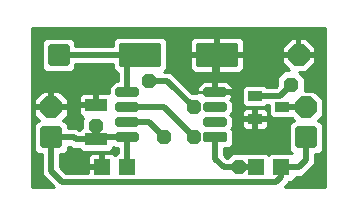
<source format=gtl>
%FSLAX35Y35*%
%MOIN*%
%TF.FileFunction,Copper,L1,Top*%
%ADD10C,0.00197*%
%ADD11C,0.00295*%
%ADD12C,0.00984*%
%ADD13C,0.01024*%
%ADD14C,0.01181*%
%ADD15C,0.01575*%
%ADD16C,0.01969*%
%ADD17C,0.02362*%
%ADD18C,0.03150*%
%ADD19C,0.05000*%
%AMR_20*21,1,0.00984,0.00984,0,0,0.000*%
%ADD20R_20*%
%AMR_21*21,1,0.01837,0.01837,0,0,0.000*%
%ADD21R_21*%
%AMR_22*21,1,0.01969,0.01969,0,0,0.000*%
%ADD22R_22*%
%AMOCT_23*4,1,8,0.015748,0.031496,0.007874,0.039370,-0.007874,0.039370,-0.015748,0.031496,-0.015748,-0.031496,-0.007874,-0.039370,0.007874,-0.039370,0.015748,-0.031496,0.015748,0.031496,90.000*%
%ADD23OCT_23*%
%AMOCT_24*4,1,8,0.023622,0.011811,0.011811,0.023622,-0.011811,0.023622,-0.023622,0.011811,-0.023622,-0.011811,-0.011811,-0.023622,0.011811,-0.023622,0.023622,-0.011811,0.023622,0.011811,0.000*%
%ADD24OCT_24*%
%AMOCT_25*4,1,8,0.031496,0.015748,0.015748,0.031496,-0.015748,0.031496,-0.031496,0.015748,-0.031496,-0.015748,-0.015748,-0.031496,0.015748,-0.031496,0.031496,-0.015748,0.031496,0.015748,180.000*%
%ADD25OCT_25*%
%AMOCT_26*4,1,8,0.035433,0.017717,0.017717,0.035433,-0.017717,0.035433,-0.035433,0.017717,-0.035433,-0.017717,-0.017717,-0.035433,0.017717,-0.035433,0.035433,-0.017717,0.035433,0.017717,0.000*%
%ADD26OCT_26*%
%AMOCT_27*4,1,8,0.035433,0.017717,0.017717,0.035433,-0.017717,0.035433,-0.035433,0.017717,-0.035433,-0.017717,-0.017717,-0.035433,0.017717,-0.035433,0.035433,-0.017717,0.035433,0.017717,90.000*%
%ADD27OCT_27*%
%AMRR_28*21,1,0.03150,0.04409,0,0,270.000*21,1,0.02835,0.04724,0,0,270.000*1,1,0.00315,0.02205,-0.01417*1,1,0.00315,-0.02205,0.01417*1,1,0.00315,-0.02205,-0.01417*1,1,0.00315,0.02205,0.01417*%
%ADD28RR_28*%
%AMRR_29*21,1,0.03150,0.07244,0,0,90.000*21,1,0.02520,0.07874,0,0,90.000*1,1,0.00630,-0.03622,0.01260*1,1,0.00630,0.03622,-0.01260*1,1,0.00630,0.03622,0.01260*1,1,0.00630,-0.03622,-0.01260*%
%ADD29RR_29*%
%AMRR_30*21,1,0.04331,0.06654,0,0,270.000*21,1,0.03898,0.07087,0,0,270.000*1,1,0.00433,0.03327,-0.01949*1,1,0.00433,-0.03327,0.01949*1,1,0.00433,-0.03327,-0.01949*1,1,0.00433,0.03327,0.01949*%
%ADD30RR_30*%
%AMRR_31*21,1,0.05512,0.04961,0,0,0.000*21,1,0.04961,0.05512,0,0,0.000*1,1,0.00551,0.02480,0.02480*1,1,0.00551,-0.02480,-0.02480*1,1,0.00551,0.02480,-0.02480*1,1,0.00551,-0.02480,0.02480*%
%ADD31RR_31*%
%AMRR_32*21,1,0.05512,0.04961,0,0,180.000*21,1,0.04961,0.05512,0,0,180.000*1,1,0.00551,-0.02480,-0.02480*1,1,0.00551,0.02480,0.02480*1,1,0.00551,-0.02480,0.02480*1,1,0.00551,0.02480,-0.02480*%
%ADD32RR_32*%
%AMRR_33*21,1,0.05512,0.04961,0,0,270.000*21,1,0.04961,0.05512,0,0,270.000*1,1,0.00551,0.02480,-0.02480*1,1,0.00551,-0.02480,0.02480*1,1,0.00551,-0.02480,-0.02480*1,1,0.00551,0.02480,0.02480*%
%ADD33RR_33*%
%AMRR_34*21,1,0.06299,0.05039,0,0,180.000*21,1,0.05039,0.06299,0,0,180.000*1,1,0.01260,-0.02520,-0.02520*1,1,0.01260,0.02520,0.02520*1,1,0.01260,-0.02520,0.02520*1,1,0.01260,0.02520,-0.02520*%
%ADD34RR_34*%
%AMRR_35*21,1,0.07087,0.05669,0,0,0.000*21,1,0.05669,0.07087,0,0,0.000*1,1,0.01417,0.02835,0.02835*1,1,0.01417,-0.02835,-0.02835*1,1,0.01417,0.02835,-0.02835*1,1,0.01417,-0.02835,0.02835*%
%ADD35RR_35*%
%AMRR_36*21,1,0.07087,0.05669,0,0,90.000*21,1,0.05669,0.07087,0,0,90.000*1,1,0.01417,-0.02835,0.02835*1,1,0.01417,0.02835,-0.02835*1,1,0.01417,0.02835,0.02835*1,1,0.01417,-0.02835,-0.02835*%
%ADD36RR_36*%
%AMRR_37*21,1,0.13780,0.07087,0,0,180.000*21,1,0.12992,0.07874,0,0,180.000*1,1,0.00787,-0.06496,-0.03543*1,1,0.00787,0.06496,0.03543*1,1,0.00787,-0.06496,0.03543*1,1,0.00787,0.06496,-0.03543*%
%ADD37RR_37*%
G54D12*
X86992Y2677D02*
X85397Y1082D01*
X98917Y1082D01*
X98917Y53917D01*
X1082Y53917D01*
X1082Y1082D01*
X8352Y1082D01*
X4448Y4986D01*
X4448Y11889D01*
X3100Y11889D01*
X1889Y13100D01*
X1889Y21899D01*
X3100Y23110D01*
X3651Y23110D01*
X1889Y24872D01*
X1889Y30127D01*
X4872Y33110D01*
X10127Y33110D01*
X13110Y30127D01*
X13110Y24872D01*
X11348Y23110D01*
X11899Y23110D01*
X13110Y21899D01*
X13110Y20551D01*
X16263Y20551D01*
X16945Y19869D01*
X17677Y20600D01*
X17677Y23450D01*
X18203Y23976D01*
X18100Y23976D01*
X16889Y25187D01*
X16889Y31230D01*
X18100Y32440D01*
X26899Y32440D01*
X26909Y32430D01*
X26909Y34143D01*
X28907Y36141D01*
X29862Y36141D01*
X29862Y38996D01*
X29458Y38996D01*
X28248Y40206D01*
X28248Y41948D01*
X15610Y41948D01*
X15610Y40600D01*
X14399Y39389D01*
X5600Y39389D01*
X4389Y40600D01*
X4389Y49399D01*
X5600Y50610D01*
X14399Y50610D01*
X15610Y49399D01*
X15610Y48051D01*
X28248Y48051D01*
X28248Y49793D01*
X29458Y51003D01*
X44950Y51003D01*
X46161Y49793D01*
X46161Y40206D01*
X45255Y39301D01*
X47513Y39301D01*
X54492Y32322D01*
X56082Y32322D01*
X56082Y34143D01*
X58080Y36141D01*
X66092Y36141D01*
X68090Y34143D01*
X68090Y30856D01*
X67234Y30000D01*
X68090Y29143D01*
X68090Y25856D01*
X67234Y25000D01*
X68090Y24143D01*
X68090Y20856D01*
X67627Y20393D01*
X68090Y19930D01*
X68090Y15069D01*
X66879Y13858D01*
X65137Y13858D01*
X65137Y11677D01*
X66145Y10669D01*
X67799Y12322D01*
X79412Y12322D01*
X80000Y11734D01*
X80587Y12322D01*
X87667Y12322D01*
X86889Y13100D01*
X86889Y21899D01*
X88100Y23110D01*
X88651Y23110D01*
X87824Y23937D01*
X87745Y23858D01*
X81309Y23858D01*
X80098Y25069D01*
X80098Y28188D01*
X79281Y28188D01*
X78690Y27598D01*
X72254Y27598D01*
X71043Y28809D01*
X71043Y33671D01*
X72254Y34881D01*
X78690Y34881D01*
X79281Y34291D01*
X82476Y34291D01*
X82677Y34492D01*
X82677Y37200D01*
X85299Y39822D01*
X86939Y39822D01*
X84389Y42372D01*
X84389Y47627D01*
X87372Y50610D01*
X92627Y50610D01*
X95610Y47627D01*
X95610Y42372D01*
X92627Y39389D01*
X90133Y39389D01*
X92322Y37200D01*
X92322Y33110D01*
X95127Y33110D01*
X98110Y30127D01*
X98110Y24872D01*
X96348Y23110D01*
X96899Y23110D01*
X98110Y21899D01*
X98110Y13100D01*
X96899Y11889D01*
X95551Y11889D01*
X95551Y8736D01*
X91263Y4448D01*
X89022Y4448D01*
X89022Y3887D01*
X87812Y2677D01*
X86992Y2677D01*
X72254Y20118D02*
X71043Y21328D01*
X71043Y26190D01*
X72254Y27401D01*
X78690Y27401D01*
X79901Y26190D01*
X79901Y21328D01*
X78690Y20118D01*
X72254Y20118D01*
X55049Y38996D02*
X53838Y40206D01*
X53838Y49793D01*
X55049Y51003D01*
X70541Y51003D01*
X71751Y49793D01*
X71751Y40206D01*
X70541Y38996D01*
X55049Y38996D01*
X19727Y11112D02*
X20937Y12322D01*
X28162Y12322D01*
X28750Y11734D01*
X29337Y12322D01*
X29898Y12322D01*
X29898Y13858D01*
X28907Y13858D01*
X28317Y14448D01*
X28110Y14448D01*
X28110Y13769D01*
X26899Y12559D01*
X18100Y12559D01*
X16919Y13740D01*
X14444Y13740D01*
X13736Y14448D01*
X13110Y14448D01*
X13110Y13100D01*
X11899Y11889D01*
X10551Y11889D01*
X10551Y7513D01*
X12513Y5551D01*
X19727Y5551D01*
X19727Y11112D01*
G54D16*
X7500Y16791D02*
X7500Y17500D01*
X23208Y17500D02*
X32913Y17500D01*
X23208Y17500D02*
X22500Y16791D01*
X32913Y17500D02*
X33300Y17500D01*
X84200Y7500D02*
X90000Y7500D01*
X92500Y10000D01*
X92500Y17500D01*
X22500Y16791D02*
X22500Y21250D01*
X7500Y17500D02*
X15000Y17500D01*
X15708Y16791D01*
X22500Y16791D01*
X32950Y7500D02*
X32950Y17463D01*
X32913Y17500D01*
X7500Y17500D02*
X7500Y6250D01*
X11250Y2500D01*
X82500Y2500D01*
X84200Y4200D01*
X84200Y7500D01*
X40000Y36250D02*
X46250Y36250D01*
X55000Y27500D01*
X62795Y45000D02*
X90000Y45000D01*
X62086Y32500D02*
X62086Y45000D01*
X62795Y45000D01*
X7500Y28208D02*
X7500Y27500D01*
X62086Y32500D02*
X67500Y32500D01*
X70000Y30000D01*
X71240Y23759D02*
X75472Y23759D01*
X71240Y23759D02*
X70000Y25000D01*
X70000Y30000D01*
X7500Y27500D02*
X15000Y27500D01*
X22500Y28208D02*
X15708Y28208D01*
X15000Y27500D01*
X62500Y45000D02*
X62795Y45000D01*
X24550Y7500D02*
X17500Y7500D01*
X87500Y35000D02*
X83740Y31240D01*
X75472Y31240D01*
X40000Y22500D02*
X32913Y22500D01*
X40000Y22500D02*
X45000Y17500D01*
X37204Y45000D02*
X32913Y45000D01*
X10000Y45000D02*
X32913Y45000D01*
X32913Y32500D01*
X32913Y45000D02*
X37204Y45000D01*
X37500Y45000D02*
X37204Y45000D01*
X45000Y27500D02*
X32913Y27500D01*
X45000Y27500D02*
X55000Y17500D01*
X62086Y10413D02*
X62086Y17500D01*
X62086Y10413D02*
X65000Y7500D01*
X70000Y7500D01*
X75800Y7500D02*
X70000Y7500D01*
X75800Y7500D01*
X84527Y27500D02*
X92500Y27500D01*
G54D23*
X62086Y22500D03*
X62086Y27500D03*
X62086Y32500D03*
X32913Y32500D03*
X32913Y27500D03*
X32913Y22500D03*
X32913Y17500D03*
G54D24*
X22500Y21250D03*
X40000Y36250D03*
X55000Y27500D03*
X17500Y7500D03*
X20000Y50000D03*
X13750Y35000D03*
X50000Y50000D03*
X82500Y16250D03*
X52500Y37500D03*
X95000Y36250D03*
X96250Y3750D03*
X87500Y35000D03*
X45000Y17500D03*
X37500Y45000D03*
X55000Y17500D03*
X70000Y7500D03*
G54D26*
X90000Y45000D03*
G54D27*
X92500Y27500D03*
X7500Y27500D03*
G54D28*
X75472Y31240D03*
X75472Y23759D03*
X84527Y27500D03*
G54D29*
X62086Y17500D03*
G54D30*
X22500Y16791D03*
X22500Y28208D03*
G54D31*
X84200Y7500D03*
X75800Y7500D03*
X32950Y7500D03*
X24550Y7500D03*
G54D35*
X10000Y45000D03*
G54D36*
X92500Y17500D03*
X7500Y17500D03*
G54D37*
X62795Y45000D03*
X37204Y45000D03*
G36*
X90000Y44081D02*
X90000Y45918D01*
X95610Y45918D01*
X95610Y44081D01*
X90000Y44081D01*
G37*
G36*
X84389Y44081D02*
X84389Y45918D01*
X90000Y45918D01*
X90000Y44081D01*
X84389Y44081D01*
G37*
G36*
X89081Y45000D02*
X89081Y50610D01*
X90918Y50610D01*
X90918Y45000D01*
X89081Y45000D01*
G37*
G36*
X61102Y32500D02*
X61102Y36141D01*
X63070Y36141D01*
X63070Y32500D01*
X61102Y32500D01*
G37*
G36*
X56082Y32007D02*
X56082Y32992D01*
X62086Y32992D01*
X62086Y32007D01*
X56082Y32007D01*
G37*
G36*
X62086Y31515D02*
X62086Y33484D01*
X68090Y33484D01*
X68090Y31515D01*
X62086Y31515D01*
G37*
G36*
X74488Y20118D02*
X74488Y23759D01*
X76456Y23759D01*
X76456Y20118D01*
X74488Y20118D01*
G37*
G36*
X74488Y23759D02*
X74488Y27401D01*
X76456Y27401D01*
X76456Y23759D01*
X74488Y23759D01*
G37*
G36*
X75472Y22775D02*
X75472Y24744D01*
X79901Y24744D01*
X79901Y22775D01*
X75472Y22775D01*
G37*
G36*
X71043Y22775D02*
X71043Y24744D01*
X75472Y24744D01*
X75472Y22775D01*
X71043Y22775D01*
G37*
G36*
X19727Y6515D02*
X19727Y8484D01*
X24550Y8484D01*
X24550Y6515D01*
X19727Y6515D01*
G37*
G36*
X23565Y7500D02*
X23565Y12322D01*
X25534Y12322D01*
X25534Y7500D01*
X23565Y7500D01*
G37*
G36*
X6515Y27500D02*
X6515Y33110D01*
X8484Y33110D01*
X8484Y27500D01*
X6515Y27500D01*
G37*
G36*
X1889Y26515D02*
X1889Y28484D01*
X7500Y28484D01*
X7500Y26515D01*
X1889Y26515D01*
G37*
G36*
X7500Y26515D02*
X7500Y28484D01*
X13110Y28484D01*
X13110Y26515D01*
X7500Y26515D01*
G37*
G36*
X21515Y28208D02*
X21515Y32440D01*
X23484Y32440D01*
X23484Y28208D01*
X21515Y28208D01*
G37*
G36*
X16889Y27224D02*
X16889Y29192D01*
X22500Y29192D01*
X22500Y27224D01*
X16889Y27224D01*
G37*
G36*
X53838Y44015D02*
X53838Y45984D01*
X62795Y45984D01*
X62795Y44015D01*
X53838Y44015D01*
G37*
G36*
X62795Y44015D02*
X62795Y45984D01*
X71751Y45984D01*
X71751Y44015D01*
X62795Y44015D01*
G37*
G36*
X61811Y38996D02*
X61811Y45000D01*
X63779Y45000D01*
X63779Y38996D01*
X61811Y38996D01*
G37*
G36*
X61811Y45000D02*
X61811Y51003D01*
X63779Y51003D01*
X63779Y45000D01*
X61811Y45000D01*
G37*
G36*
X29458Y51003D02*
X1082Y53917D01*
X98917Y53917D01*
X29458Y51003D01*
G37*
G36*
X44950Y51003D02*
X29458Y51003D01*
X98917Y53917D01*
X44950Y51003D01*
G37*
G36*
X55049Y51003D02*
X44950Y51003D01*
X98917Y53917D01*
X55049Y51003D01*
G37*
G36*
X70541Y51003D02*
X55049Y51003D01*
X98917Y53917D01*
X70541Y51003D01*
G37*
G36*
X5600Y50610D02*
X1082Y53917D01*
X29458Y51003D01*
X5600Y50610D01*
G37*
G36*
X14399Y50610D02*
X5600Y50610D01*
X29458Y51003D01*
X14399Y50610D01*
G37*
G36*
X87372Y50610D02*
X70541Y51003D01*
X98917Y53917D01*
X87372Y50610D01*
G37*
G36*
X92627Y50610D02*
X87372Y50610D01*
X98917Y53917D01*
X92627Y50610D01*
G37*
G36*
X28248Y49793D02*
X14399Y50610D01*
X29458Y51003D01*
X28248Y49793D01*
G37*
G36*
X46161Y49793D02*
X44950Y51003D01*
X55049Y51003D01*
X46161Y49793D01*
G37*
G36*
X53838Y49793D02*
X46161Y49793D01*
X55049Y51003D01*
X53838Y49793D01*
G37*
G36*
X71751Y49793D02*
X70541Y51003D01*
X87372Y50610D01*
X71751Y49793D01*
G37*
G36*
X4389Y49399D02*
X1082Y53917D01*
X5600Y50610D01*
X4389Y49399D01*
G37*
G36*
X15610Y49399D02*
X14399Y50610D01*
X28248Y49793D01*
X15610Y49399D01*
G37*
G36*
X15610Y48051D02*
X15610Y49399D01*
X28248Y49793D01*
X15610Y48051D01*
G37*
G36*
X28248Y48051D02*
X15610Y48051D01*
X28248Y49793D01*
X28248Y48051D01*
G37*
G36*
X84389Y47627D02*
X71751Y49793D01*
X87372Y50610D01*
X84389Y47627D01*
G37*
G36*
X95610Y47627D02*
X92627Y50610D01*
X98917Y53917D01*
X95610Y47627D01*
G37*
G36*
X84389Y42372D02*
X71751Y49793D01*
X84389Y47627D01*
X84389Y42372D01*
G37*
G36*
X95610Y42372D02*
X95610Y47627D01*
X98917Y53917D01*
X95610Y42372D01*
G37*
G36*
X4389Y40600D02*
X1082Y53917D01*
X4389Y49399D01*
X4389Y40600D01*
G37*
G36*
X15610Y40600D02*
X15610Y41948D01*
X28248Y41948D01*
X15610Y40600D01*
G37*
G36*
X28248Y40206D02*
X15610Y40600D01*
X28248Y41948D01*
X28248Y40206D01*
G37*
G36*
X46161Y40206D02*
X46161Y49793D01*
X53838Y49793D01*
X46161Y40206D01*
G37*
G36*
X53838Y40206D02*
X46161Y40206D01*
X53838Y49793D01*
X53838Y40206D01*
G37*
G36*
X71751Y40206D02*
X71751Y49793D01*
X84389Y42372D01*
X71751Y40206D01*
G37*
G36*
X86939Y39822D02*
X71751Y40206D01*
X84389Y42372D01*
X86939Y39822D01*
G37*
G36*
X85299Y39822D02*
X71751Y40206D01*
X86939Y39822D01*
X85299Y39822D01*
G37*
G36*
X14399Y39389D02*
X15610Y40600D01*
X28248Y40206D01*
X14399Y39389D01*
G37*
G36*
X45255Y39301D02*
X46161Y40206D01*
X53838Y40206D01*
X45255Y39301D01*
G37*
G36*
X47513Y39301D02*
X45255Y39301D01*
X53838Y40206D01*
X47513Y39301D01*
G37*
G36*
X29458Y38996D02*
X14399Y39389D01*
X28248Y40206D01*
X29458Y38996D01*
G37*
G36*
X29458Y38996D02*
X5600Y39389D01*
X14399Y39389D01*
X29458Y38996D01*
G37*
G36*
X55049Y38996D02*
X47513Y39301D01*
X53838Y40206D01*
X55049Y38996D01*
G37*
G36*
X70541Y38996D02*
X71751Y40206D01*
X85299Y39822D01*
X70541Y38996D01*
G37*
G36*
X82677Y37200D02*
X70541Y38996D01*
X85299Y39822D01*
X82677Y37200D01*
G37*
G36*
X82677Y37200D02*
X55049Y38996D01*
X70541Y38996D01*
X82677Y37200D01*
G37*
G36*
X82677Y37200D02*
X47513Y39301D01*
X55049Y38996D01*
X82677Y37200D01*
G37*
G36*
X92322Y37200D02*
X90133Y39389D01*
X92627Y39389D01*
X92322Y37200D01*
G37*
G36*
X92322Y37200D02*
X92627Y39389D01*
X95610Y42372D01*
X92322Y37200D01*
G37*
G36*
X28907Y36141D02*
X29458Y38996D01*
X29862Y38996D01*
X28907Y36141D01*
G37*
G36*
X28907Y36141D02*
X5600Y39389D01*
X29458Y38996D01*
X28907Y36141D01*
G37*
G36*
X29862Y36141D02*
X28907Y36141D01*
X29862Y38996D01*
X29862Y36141D01*
G37*
G36*
X58080Y36141D02*
X47513Y39301D01*
X82677Y37200D01*
X58080Y36141D01*
G37*
G36*
X66092Y36141D02*
X58080Y36141D01*
X82677Y37200D01*
X66092Y36141D01*
G37*
G36*
X72254Y34881D02*
X66092Y36141D01*
X82677Y37200D01*
X72254Y34881D01*
G37*
G36*
X78690Y34881D02*
X72254Y34881D01*
X82677Y37200D01*
X78690Y34881D01*
G37*
G36*
X82677Y34492D02*
X78690Y34881D01*
X82677Y37200D01*
X82677Y34492D01*
G37*
G36*
X79281Y34291D02*
X78690Y34881D01*
X82677Y34492D01*
X79281Y34291D01*
G37*
G36*
X82476Y34291D02*
X79281Y34291D01*
X82677Y34492D01*
X82476Y34291D01*
G37*
G36*
X26909Y34143D02*
X5600Y39389D01*
X28907Y36141D01*
X26909Y34143D01*
G37*
G36*
X56082Y34143D02*
X47513Y39301D01*
X58080Y36141D01*
X56082Y34143D01*
G37*
G36*
X68090Y34143D02*
X66092Y36141D01*
X72254Y34881D01*
X68090Y34143D01*
G37*
G36*
X71043Y33671D02*
X68090Y34143D01*
X72254Y34881D01*
X71043Y33671D01*
G37*
G36*
X4872Y33110D02*
X5600Y39389D01*
X26909Y34143D01*
X4872Y33110D01*
G37*
G36*
X4872Y33110D02*
X4389Y40600D01*
X5600Y39389D01*
X4872Y33110D01*
G37*
G36*
X4872Y33110D02*
X1082Y53917D01*
X4389Y40600D01*
X4872Y33110D01*
G37*
G36*
X10127Y33110D02*
X4872Y33110D01*
X26909Y34143D01*
X10127Y33110D01*
G37*
G36*
X92322Y33110D02*
X92322Y37200D01*
X95610Y42372D01*
X92322Y33110D01*
G37*
G36*
X95127Y33110D02*
X92322Y33110D01*
X95610Y42372D01*
X95127Y33110D01*
G37*
G36*
X95127Y33110D02*
X95610Y42372D01*
X98917Y53917D01*
X95127Y33110D01*
G37*
G36*
X18100Y32440D02*
X10127Y33110D01*
X26909Y34143D01*
X18100Y32440D01*
G37*
G36*
X26899Y32440D02*
X18100Y32440D01*
X26909Y34143D01*
X26899Y32440D01*
G37*
G36*
X26909Y32431D02*
X26899Y32440D01*
X26909Y34143D01*
X26909Y32431D01*
G37*
G36*
X54492Y32322D02*
X47513Y39301D01*
X56082Y34143D01*
X54492Y32322D01*
G37*
G36*
X56082Y32322D02*
X54492Y32322D01*
X56082Y34143D01*
X56082Y32322D01*
G37*
G36*
X16889Y31230D02*
X10127Y33110D01*
X18100Y32440D01*
X16889Y31230D01*
G37*
G36*
X68090Y30856D02*
X68090Y34143D01*
X71043Y33671D01*
X68090Y30856D01*
G37*
G36*
X1889Y30127D02*
X1082Y53917D01*
X4872Y33110D01*
X1889Y30127D01*
G37*
G36*
X13110Y30127D02*
X10127Y33110D01*
X16889Y31230D01*
X13110Y30127D01*
G37*
G36*
X98110Y30127D02*
X95127Y33110D01*
X98917Y53917D01*
X98110Y30127D01*
G37*
G36*
X67234Y30000D02*
X68090Y30856D01*
X71043Y33671D01*
X67234Y30000D01*
G37*
G36*
X68090Y29143D02*
X67234Y30000D01*
X71043Y33671D01*
X68090Y29143D01*
G37*
G36*
X71043Y28809D02*
X68090Y29143D01*
X71043Y33671D01*
X71043Y28809D01*
G37*
G36*
X72254Y27598D02*
X68090Y29143D01*
X71043Y28809D01*
X72254Y27598D01*
G37*
G36*
X78690Y27598D02*
X79281Y28188D01*
X80098Y28188D01*
X78690Y27598D01*
G37*
G36*
X72254Y27401D02*
X72254Y27598D01*
X78690Y27598D01*
X72254Y27401D01*
G37*
G36*
X72254Y27401D02*
X68090Y29143D01*
X72254Y27598D01*
X72254Y27401D01*
G37*
G36*
X78690Y27401D02*
X72254Y27401D01*
X78690Y27598D01*
X78690Y27401D01*
G37*
G36*
X78690Y27401D02*
X78690Y27598D01*
X80098Y28188D01*
X78690Y27401D01*
G37*
G36*
X71043Y26190D02*
X68090Y29143D01*
X72254Y27401D01*
X71043Y26190D01*
G37*
G36*
X79901Y26190D02*
X78690Y27401D01*
X80098Y28188D01*
X79901Y26190D01*
G37*
G36*
X68090Y25856D02*
X68090Y29143D01*
X71043Y26190D01*
X68090Y25856D01*
G37*
G36*
X16889Y25187D02*
X13110Y30127D01*
X16889Y31230D01*
X16889Y25187D01*
G37*
G36*
X80098Y25069D02*
X79901Y26190D01*
X80098Y28188D01*
X80098Y25069D01*
G37*
G36*
X67234Y25000D02*
X68090Y25856D01*
X71043Y26190D01*
X67234Y25000D01*
G37*
G36*
X1889Y24872D02*
X1082Y53917D01*
X1889Y30127D01*
X1889Y24872D01*
G37*
G36*
X13110Y24872D02*
X13110Y30127D01*
X16889Y25187D01*
X13110Y24872D01*
G37*
G36*
X98110Y24872D02*
X98110Y30127D01*
X98917Y53917D01*
X98110Y24872D01*
G37*
G36*
X68090Y24143D02*
X67234Y25000D01*
X71043Y26190D01*
X68090Y24143D01*
G37*
G36*
X18100Y23976D02*
X13110Y24872D01*
X16889Y25187D01*
X18100Y23976D01*
G37*
G36*
X17677Y23450D02*
X18100Y23976D01*
X18203Y23976D01*
X17677Y23450D01*
G37*
G36*
X17677Y23450D02*
X13110Y24872D01*
X18100Y23976D01*
X17677Y23450D01*
G37*
G36*
X88651Y23110D02*
X87745Y23858D01*
X87824Y23937D01*
X88651Y23110D01*
G37*
G36*
X88651Y23110D02*
X81309Y23858D01*
X87745Y23858D01*
X88651Y23110D01*
G37*
G36*
X3100Y23110D02*
X1889Y24872D01*
X3651Y23110D01*
X3100Y23110D01*
G37*
G36*
X11348Y23110D02*
X13110Y24872D01*
X17677Y23450D01*
X11348Y23110D01*
G37*
G36*
X11899Y23110D02*
X11348Y23110D01*
X17677Y23450D01*
X11899Y23110D01*
G37*
G36*
X88100Y23110D02*
X81309Y23858D01*
X88651Y23110D01*
X88100Y23110D01*
G37*
G36*
X96899Y23110D02*
X96348Y23110D01*
X98110Y24872D01*
X96899Y23110D01*
G37*
G36*
X1889Y21899D02*
X1889Y24872D01*
X3100Y23110D01*
X1889Y21899D01*
G37*
G36*
X1889Y21899D02*
X1082Y53917D01*
X1889Y24872D01*
X1889Y21899D01*
G37*
G36*
X13110Y21899D02*
X11899Y23110D01*
X17677Y23450D01*
X13110Y21899D01*
G37*
G36*
X86889Y21899D02*
X81309Y23858D01*
X88100Y23110D01*
X86889Y21899D01*
G37*
G36*
X98110Y21899D02*
X96899Y23110D01*
X98110Y24872D01*
X98110Y21899D01*
G37*
G36*
X98110Y21899D02*
X98110Y24872D01*
X98917Y53917D01*
X98110Y21899D01*
G37*
G36*
X71043Y21328D02*
X68090Y24143D01*
X71043Y26190D01*
X71043Y21328D01*
G37*
G36*
X79901Y21328D02*
X79901Y26190D01*
X80098Y25069D01*
X79901Y21328D01*
G37*
G36*
X79901Y21328D02*
X80098Y25069D01*
X81309Y23858D01*
X79901Y21328D01*
G37*
G36*
X79901Y21328D02*
X81309Y23858D01*
X86889Y21899D01*
X79901Y21328D01*
G37*
G36*
X68090Y20856D02*
X68090Y24143D01*
X71043Y21328D01*
X68090Y20856D01*
G37*
G36*
X17677Y20600D02*
X13110Y21899D01*
X17677Y23450D01*
X17677Y20600D01*
G37*
G36*
X13110Y20551D02*
X13110Y21899D01*
X17677Y20600D01*
X13110Y20551D01*
G37*
G36*
X16263Y20551D02*
X13110Y20551D01*
X17677Y20600D01*
X16263Y20551D01*
G37*
G36*
X67627Y20393D02*
X68090Y20856D01*
X71043Y21328D01*
X67627Y20393D01*
G37*
G36*
X72254Y20118D02*
X67627Y20393D01*
X71043Y21328D01*
X72254Y20118D01*
G37*
G36*
X78690Y20118D02*
X79901Y21328D01*
X86889Y21899D01*
X78690Y20118D01*
G37*
G36*
X68090Y19930D02*
X67627Y20393D01*
X72254Y20118D01*
X68090Y19930D01*
G37*
G36*
X68090Y19930D02*
X72254Y20118D01*
X78690Y20118D01*
X68090Y19930D01*
G37*
G36*
X16945Y19869D02*
X16263Y20551D01*
X17677Y20600D01*
X16945Y19869D01*
G37*
G36*
X68090Y15069D02*
X68090Y19930D01*
X78690Y20118D01*
X68090Y15069D01*
G37*
G36*
X68090Y15069D02*
X78690Y20118D01*
X86889Y21899D01*
X68090Y15069D01*
G37*
G36*
X66879Y13858D02*
X68090Y15069D01*
X86889Y21899D01*
X66879Y13858D01*
G37*
G36*
X1889Y13100D02*
X1082Y53917D01*
X1889Y21899D01*
X1889Y13100D01*
G37*
G36*
X86889Y13100D02*
X66879Y13858D01*
X86889Y21899D01*
X86889Y13100D01*
G37*
G36*
X86889Y13100D02*
X65137Y13858D01*
X66879Y13858D01*
X86889Y13100D01*
G37*
G36*
X98110Y13100D02*
X98110Y21899D01*
X98917Y53917D01*
X98110Y13100D01*
G37*
G36*
X67799Y12322D02*
X65137Y13858D01*
X86889Y13100D01*
X67799Y12322D01*
G37*
G36*
X79412Y12322D02*
X67799Y12322D01*
X86889Y13100D01*
X79412Y12322D01*
G37*
G36*
X80587Y12322D02*
X79412Y12322D01*
X86889Y13100D01*
X80587Y12322D01*
G37*
G36*
X87667Y12322D02*
X80587Y12322D01*
X86889Y13100D01*
X87667Y12322D01*
G37*
G36*
X80000Y11734D02*
X79412Y12322D01*
X80587Y12322D01*
X80000Y11734D01*
G37*
G36*
X65137Y11677D02*
X65137Y13858D01*
X67799Y12322D01*
X65137Y11677D01*
G37*
G36*
X66145Y10669D02*
X65137Y11677D01*
X67799Y12322D01*
X66145Y10669D01*
G37*
G36*
X95551Y8736D02*
X95551Y11889D01*
X96899Y11889D01*
X95551Y8736D01*
G37*
G36*
X95551Y8736D02*
X96899Y11889D01*
X98110Y13100D01*
X95551Y8736D01*
G37*
G36*
X4448Y4986D02*
X3100Y11889D01*
X4448Y11889D01*
X4448Y4986D01*
G37*
G36*
X4448Y4986D02*
X1889Y13100D01*
X3100Y11889D01*
X4448Y4986D01*
G37*
G36*
X89022Y3887D02*
X89022Y4448D01*
X91263Y4448D01*
X89022Y3887D01*
G37*
G36*
X87812Y2677D02*
X89022Y3887D01*
X91263Y4448D01*
X87812Y2677D01*
G37*
G36*
X85397Y1082D02*
X86992Y2677D01*
X87812Y2677D01*
X85397Y1082D01*
G37*
G36*
X85397Y1082D02*
X87812Y2677D01*
X91263Y4448D01*
X85397Y1082D01*
G37*
G36*
X1082Y1082D02*
X1082Y53917D01*
X1889Y13100D01*
X1082Y1082D01*
G37*
G36*
X1082Y1082D02*
X1889Y13100D01*
X4448Y4986D01*
X1082Y1082D01*
G37*
G36*
X8352Y1082D02*
X1082Y1082D01*
X4448Y4986D01*
X8352Y1082D01*
G37*
G36*
X98917Y1082D02*
X85397Y1082D01*
X91263Y4448D01*
X98917Y1082D01*
G37*
G36*
X98917Y1082D02*
X91263Y4448D01*
X95551Y8736D01*
X98917Y1082D01*
G37*
G36*
X98917Y1082D02*
X95551Y8736D01*
X98110Y13100D01*
X98917Y1082D01*
G37*
G36*
X98917Y1082D02*
X98110Y13100D01*
X98917Y53917D01*
X98917Y1082D01*
G37*
G36*
X28907Y13858D02*
X28110Y14448D01*
X28317Y14448D01*
X28907Y13858D01*
G37*
G36*
X28110Y13769D02*
X28110Y14448D01*
X28907Y13858D01*
X28110Y13769D01*
G37*
G36*
X28110Y13769D02*
X28907Y13858D01*
X29898Y13858D01*
X28110Y13769D01*
G37*
G36*
X14444Y13740D02*
X13110Y14448D01*
X13736Y14448D01*
X14444Y13740D01*
G37*
G36*
X13110Y13100D02*
X13110Y14448D01*
X14444Y13740D01*
X13110Y13100D01*
G37*
G36*
X13110Y13100D02*
X14444Y13740D01*
X16919Y13740D01*
X13110Y13100D01*
G37*
G36*
X18100Y12559D02*
X13110Y13100D01*
X16919Y13740D01*
X18100Y12559D01*
G37*
G36*
X26899Y12559D02*
X28110Y13769D01*
X29898Y13858D01*
X26899Y12559D01*
G37*
G36*
X20937Y12322D02*
X18100Y12559D01*
X26899Y12559D01*
X20937Y12322D01*
G37*
G36*
X28162Y12322D02*
X20937Y12322D01*
X26899Y12559D01*
X28162Y12322D01*
G37*
G36*
X28162Y12322D02*
X26899Y12559D01*
X29898Y13858D01*
X28162Y12322D01*
G37*
G36*
X29337Y12322D02*
X28162Y12322D01*
X29898Y13858D01*
X29337Y12322D01*
G37*
G36*
X29898Y12322D02*
X29337Y12322D01*
X29898Y13858D01*
X29898Y12322D01*
G37*
G36*
X11899Y11889D02*
X13110Y13100D01*
X18100Y12559D01*
X11899Y11889D01*
G37*
G36*
X11899Y11889D02*
X18100Y12559D01*
X20937Y12322D01*
X11899Y11889D01*
G37*
G36*
X28750Y11734D02*
X28162Y12322D01*
X29337Y12322D01*
X28750Y11734D01*
G37*
G36*
X19727Y11112D02*
X11899Y11889D01*
X20937Y12322D01*
X19727Y11112D01*
G37*
G36*
X19727Y11112D02*
X10551Y11889D01*
X11899Y11889D01*
X19727Y11112D01*
G37*
G36*
X10551Y7513D02*
X10551Y11889D01*
X19727Y11112D01*
X10551Y7513D01*
G37*
G36*
X12513Y5551D02*
X10551Y7513D01*
X19727Y11112D01*
X12513Y5551D01*
G37*
G36*
X19727Y5551D02*
X12513Y5551D01*
X19727Y11112D01*
X19727Y5551D01*
G37*
M02*

</source>
